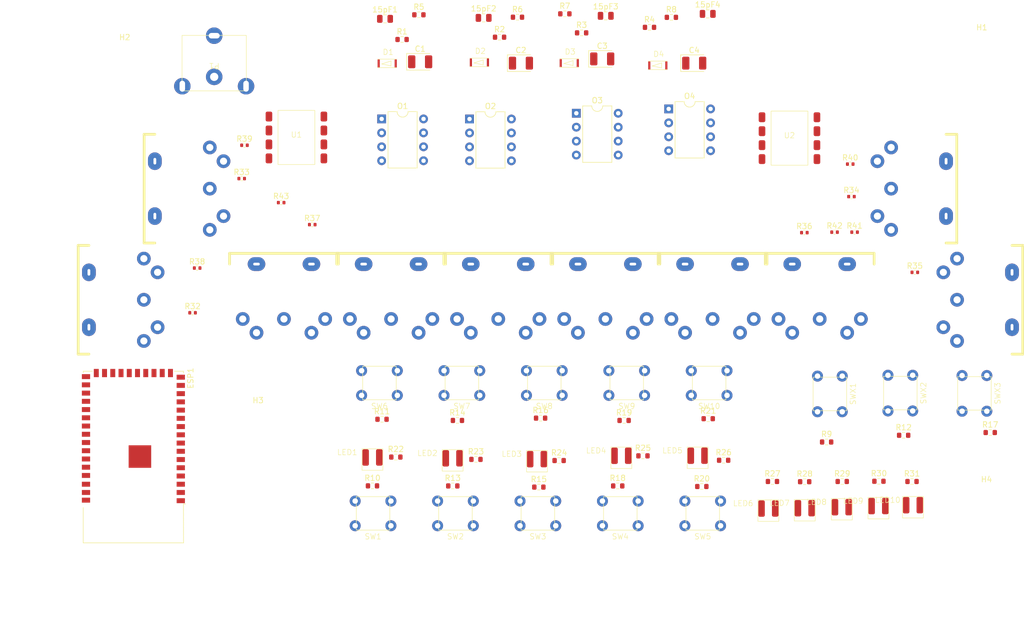
<source format=kicad_pcb>
(kicad_pcb (version 20221018) (generator pcbnew)
  (layers (0 "F.Cu" signal) (31 "B.Cu" signal) (34 "B.Paste" user) (35 "F.Paste" user) (36 "B.SilkS" user "B.Silkscreen") (37 "F.SilkS" user "F.Silkscreen") (38 "B.Mask" user) (39 "F.Mask" user) (44 "Edge.Cuts" user))
  (net 0 "")
  (net 1 "VCC")
  (net 2 "GND")
  (net 3 "RX0")
  (net 4 "RX1")
  (net 5 "RX2")
  (net 6 "RX3")
  (net 7 "Net-(D1-A)")
  (net 8 "Net-(D1-K)")
  (net 9 "Net-(D2-A)")
  (net 10 "Net-(D2-K)")
  (net 11 "Net-(D3-A)")
  (net 12 "Net-(D3-K)")
  (net 13 "Net-(D4-A)")
  (net 14 "Net-(D4-K)")
  (net 15 "+3.3V")
  (net 18 "Net-(J2-Pad4)")
  (net 19 "Net-(J2-Pad5)")
  (net 22 "Net-(J3-Pad4)")
  (net 23 "Net-(J3-Pad5)")
  (net 26 "Net-(J4-Pad4)")
  (net 27 "Net-(J4-Pad5)")
  (net 30 "Net-(J5-Pad4)")
  (net 31 "Net-(J5-Pad5)")
  (net 34 "Net-(J6-Pad4)")
  (net 35 "Net-(J6-Pad5)")
  (net 36 "RX4")
  (net 37 "TX6")
  (net 42 "Net-(M1-Pad4)")
  (net 46 "Net-(M2-Pad4)")
  (net 47 "Net-(M3-Pad4)")
  (net 51 "Net-(M4-Pad4)")
  (net 52 "SW1")
  (net 53 "LED1")
  (net 54 "SW2")
  (net 55 "LED2")
  (net 56 "SW3")
  (net 57 "LED3")
  (net 58 "SW4")
  (net 59 "LED4")
  (net 60 "SW5")
  (net 61 "LED5")
  (net 62 "SW6")
  (net 63 "LED6")
  (net 64 "SW7")
  (net 65 "LED7")
  (net 66 "SW8")
  (net 67 "LED8")
  (net 68 "SW9")
  (net 69 "LED9")
  (net 70 "TX0")
  (net 71 "TX1")
  (net 72 "TX2")
  (net 73 "TX3")
  (net 74 "TX4")
  (net 75 "TX5")
  (net 77 "SW10")
  (net 78 "LED10")
  (net 79 "SWX3")
  (net 82 "SWX2")
  (net 83 "SWX1")
  (net 87 "Net-(J1-Pad4)")
  (net 88 "Net-(J1-Pad5)")
  (net 89 "Net-(LED1-A)")
  (net 90 "Net-(LED2-A)")
  (net 91 "Net-(LED3-A)")
  (net 92 "Net-(LED4-A)")
  (net 93 "Net-(LED5-A)")
  (net 94 "Net-(LED6-A)")
  (net 95 "Net-(LED7-A)")
  (net 96 "Net-(LED8-A)")
  (net 97 "Net-(LED9-A)")
  (net 98 "Net-(LED10-A)")
  (net 110 "Net-(R38-Pad1)")
  (net 111 "Net-(R39-Pad1)")
  (net 112 "Net-(R40-Pad1)")
  (net 113 "Net-(R41-Pad1)")
  (net 114 "Net-(R42-Pad1)")
  (net 115 "Net-(R43-Pad1)")
  (net 116 "Net-(U1-Pad1)")
  (net 117 "Net-(U1-Pad5)")
  (net 118 "Net-(U2-Pad1)")
  (net 119 "Net-(U2-Pad5)")
  (footprint "Package_DIP:DIP-8_W7.62mm" (layer "F.Cu") (at 97.270551 35.57446)
    (fp_text reference "O2" (at 3.81 -2.33) (layer "F.SilkS"))
    (fp_text value "6N137")
    (pad "1" thru_hole rect (at 0 0) (size 1.6 1.6) (drill 0.8) (layers "*.Cu" "*.Mask"))
    (pad "2" thru_hole oval (at 0 2.54) (size 1.6 1.6) (drill 0.8) (layers "*.Cu" "*.Mask") (net 10 "Net-(D2-K)"))
    (pad "3" thru_hole oval (at 0 5.08) (size 1.6 1.6) (drill 0.8) (layers "*.Cu" "*.Mask") (net 9 "Net-(D2-A)"))
    (pad "4" thru_hole oval (at 0 7.62) (size 1.6 1.6) (drill 0.8) (layers "*.Cu" "*.Mask"))
    (pad "5" thru_hole oval (at 7.62 7.62) (size 1.6 1.6) (drill 0.8) (layers "*.Cu" "*.Mask") (net 2 "GND"))
    (pad "6" thru_hole oval (at 7.62 5.08) (size 1.6 1.6) (drill 0.8) (layers "*.Cu" "*.Mask") (net 1 "VCC"))
    (pad "7" thru_hole oval (at 7.62 2.54) (size 1.6 1.6) (drill 0.8) (layers "*.Cu" "*.Mask"))
    (pad "8" thru_hole oval (at 7.62 0) (size 1.6 1.6) (drill 0.8) (layers "*.Cu" "*.Mask") (net 4 "RX1"))
  )
  (footprint "MIDI:R_0603_1608Metric" (layer "F.Cu") (at 124.241785 102.405284)
    (fp_text reference "R18" (at 0 -1.43) (layer "F.SilkS"))
    (fp_text value "10k")
    (pad "1" smd roundrect (at -0.825 0) (size 0.8 0.95) (layers "F.Cu" "F.Paste" "F.Mask") (net 15 "+3.3V"))
    (pad "2" smd roundrect (at 0.825 0) (size 0.8 0.95) (layers "F.Cu" "F.Paste" "F.Mask") (net 58 "SW4"))
  )
  (footprint "MIDI:switch" (layer "F.Cu") (at 175.672165 85.497284 90)
    (fp_text reference "SWX2" (at 0 4.22 90 unlocked) (layer "F.SilkS") (effects (font (thickness 0.1))))
    (fp_text value "SW_DIP_x01")
    (pad "1" thru_hole circle (at 3.25 2.25 270) (size 2 2) (drill 1) (layers "*.Cu" "*.Mask") (net 2 "GND"))
    (pad "3" thru_hole circle (at 3.25 -2.25 270) (size 2 2) (drill 1) (layers "*.Cu" "*.Mask"))
    (pad "4" thru_hole circle (at -3.25 -2.25 270) (size 2 2) (drill 1) (layers "*.Cu" "*.Mask"))
    (pad "5" thru_hole circle (at -3.25 2.25 270) (size 2 2) (drill 1) (layers "*.Cu" "*.Mask"))
  )
  (footprint "MIDI:SOD-80" (layer "F.Cu") (at 82.288029 25.46814)
    (fp_text reference "D1" (at 0.17 -2.08 unlocked) (layer "F.SilkS") (effects (font (thickness 0.1))))
    (fp_text value "type=\"D\" model=\"1N4148/1N400x\" lib=\"\"" hide)
    (pad "1" smd roundrect (at 1.55 0 180) (size 0.4 1.5) (layers "F.Cu" "F.Paste" "F.Mask") (net 7 "Net-(D1-A)"))
    (pad "2" smd roundrect (at -1.55 0 180) (size 0.4 1.5) (layers "F.Cu" "F.Paste" "F.Mask") (net 8 "Net-(D1-K)"))
  )
  (footprint "MIDI:R_0603_1608Metric" (layer "F.Cu") (at 139.547509 102.510841)
    (fp_text reference "R20" (at 0 -1.43) (layer "F.SilkS"))
    (fp_text value "10k")
    (pad "1" smd roundrect (at -0.825 0) (size 0.8 0.95) (layers "F.Cu" "F.Paste" "F.Mask") (net 15 "+3.3V"))
    (pad "2" smd roundrect (at 0.825 0) (size 0.8 0.95) (layers "F.Cu" "F.Paste" "F.Mask") (net 60 "SW5"))
  )
  (footprint "MIDI:LED" (layer "F.Cu") (at 165.022831 106.257001)
    (fp_text reference "LED8" (at -4.59 -0.92 unlocked) (layer "F.SilkS") (effects (font (thickness 0.1))))
    (fp_text value "LED")
    (pad "1" smd roundrect (at -1.25 0.02 180) (size 1.2 3) (layers "F.Cu" "F.Paste" "F.Mask") (net 2 "GND"))
    (pad "2" smd roundrect (at 1.25 0.01 180) (size 1.2 3) (layers "F.Cu" "F.Paste" "F.Mask") (net 96 "Net-(LED8-A)"))
  )
  (footprint "MIDI:R_0603_1608Metric" (layer "F.Cu") (at 152.4 101.6)
    (fp_text reference "R27" (at 0 -1.43) (layer "F.SilkS"))
    (fp_text value "220")
    (pad "1" smd roundrect (at -0.825 0) (size 0.8 0.95) (layers "F.Cu" "F.Paste" "F.Mask") (net 67 "LED8"))
    (pad "2" smd roundrect (at 0.825 0) (size 0.8 0.95) (layers "F.Cu" "F.Paste" "F.Mask") (net 94 "Net-(LED6-A)"))
  )
  (footprint "Package_DIP:DIP-8_W7.62mm" (layer "F.Cu") (at 81.28 35.56)
    (fp_text reference "O1" (at 3.81 -2.33) (layer "F.SilkS"))
    (fp_text value "6N137")
    (pad "1" thru_hole rect (at 0 0) (size 1.6 1.6) (drill 0.8) (layers "*.Cu" "*.Mask"))
    (pad "2" thru_hole oval (at 0 2.54) (size 1.6 1.6) (drill 0.8) (layers "*.Cu" "*.Mask") (net 8 "Net-(D1-K)"))
    (pad "3" thru_hole oval (at 0 5.08) (size 1.6 1.6) (drill 0.8) (layers "*.Cu" "*.Mask") (net 7 "Net-(D1-A)"))
    (pad "4" thru_hole oval (at 0 7.62) (size 1.6 1.6) (drill 0.8) (layers "*.Cu" "*.Mask"))
    (pad "5" thru_hole oval (at 7.62 7.62) (size 1.6 1.6) (drill 0.8) (layers "*.Cu" "*.Mask") (net 2 "GND"))
    (pad "6" thru_hole oval (at 7.62 5.08) (size 1.6 1.6) (drill 0.8) (layers "*.Cu" "*.Mask") (net 1 "VCC"))
    (pad "7" thru_hole oval (at 7.62 2.54) (size 1.6 1.6) (drill 0.8) (layers "*.Cu" "*.Mask"))
    (pad "8" thru_hole oval (at 7.62 0) (size 1.6 1.6) (drill 0.8) (layers "*.Cu" "*.Mask") (net 3 "RX0"))
  )
  (footprint "MIDI:R_0603_1608Metric" (layer "F.Cu") (at 143.517879 97.731215)
    (fp_text reference "R26" (at 0 -1.43) (layer "F.SilkS"))
    (fp_text value "220")
    (pad "1" smd roundrect (at -0.825 0) (size 0.8 0.95) (layers "F.Cu" "F.Paste" "F.Mask") (net 57 "LED3"))
    (pad "2" smd roundrect (at 0.825 0) (size 0.8 0.95) (layers "F.Cu" "F.Paste" "F.Mask") (net 93 "Net-(LED5-A)"))
  )
  (footprint "MIDI:LED" (layer "F.Cu") (at 109.548248 97.505979)
    (fp_text reference "LED3" (at -4.59 -0.92 unlocked) (layer "F.SilkS") (effects (font (thickness 0.1))))
    (fp_text value "LED")
    (pad "1" smd roundrect (at -1.25 0.02 180) (size 1.2 3) (layers "F.Cu" "F.Paste" "F.Mask") (net 2 "GND"))
    (pad "2" smd roundrect (at 1.25 0.01 180) (size 1.2 3) (layers "F.Cu" "F.Paste" "F.Mask") (net 91 "Net-(LED3-A)"))
  )
  (footprint "MIDI:R_0603_1608Metric" (layer "F.Cu") (at 176.278587 93.179627)
    (fp_text reference "R12" (at 0 -1.43) (layer "F.SilkS"))
    (fp_text value "10k")
    (pad "1" smd roundrect (at -0.825 0) (size 0.8 0.95) (layers "F.Cu" "F.Paste" "F.Mask") (net 15 "+3.3V"))
    (pad "2" smd roundrect (at 0.825 0) (size 0.8 0.95) (layers "F.Cu" "F.Paste" "F.Mask") (net 82 "SWX2"))
  )
  (footprint "MIDI:R_0603_1608Metric" (layer "F.Cu") (at 117.670252 19.885285)
    (fp_text reference "R3" (at 0 -1.43) (layer "F.SilkS"))
    (fp_text value "220")
    (pad "1" smd roundrect (at -0.825 0) (size 0.8 0.95) (layers "F.Cu" "F.Paste" "F.Mask") (net 47 "Net-(M3-Pad4)"))
    (pad "2" smd roundrect (at 0.825 0) (size 0.8 0.95) (layers "F.Cu" "F.Paste" "F.Mask") (net 12 "Net-(D3-K)"))
  )
  (footprint "MIDI:R_0603_1608Metric" (layer "F.Cu") (at 95.069223 90.477375)
    (fp_text reference "R14" (at 0 -1.43) (layer "F.SilkS"))
    (fp_text value "10k")
    (pad "1" smd roundrect (at -0.825 0) (size 0.8 0.95) (layers "F.Cu" "F.Paste" "F.Mask") (net 15 "+3.3V"))
    (pad "2" smd roundrect (at 0.825 0) (size 0.8 0.95) (layers "F.Cu" "F.Paste" "F.Mask") (net 64 "SW7"))
  )
  (footprint "MIDI:R_0402_1005Metric" (layer "F.Cu") (at 167.347357 56.187451)
    (fp_text reference "R41" (at 0 -1.17) (layer "F.SilkS"))
    (fp_text value "10")
    (pad "1" smd roundrect (at -0.51 0) (size 0.54 0.64) (layers "F.Cu" "F.Paste" "F.Mask") (net 113 "Net-(R41-Pad1)"))
    (pad "2" smd roundrect (at 0.51 0) (size 0.54 0.64) (layers "F.Cu" "F.Paste" "F.Mask") (net 27 "Net-(J4-Pad5)"))
  )
  (footprint "Package_DIP:DIP-8_W7.62mm" (layer "F.Cu") (at 133.517479 33.735847)
    (fp_text reference "O4" (at 3.81 -2.33) (layer "F.SilkS"))
    (fp_text value "6N137")
    (pad "1" thru_hole rect (at 0 0) (size 1.6 1.6) (drill 0.8) (layers "*.Cu" "*.Mask"))
    (pad "2" thru_hole oval (at 0 2.54) (size 1.6 1.6) (drill 0.8) (layers "*.Cu" "*.Mask") (net 14 "Net-(D4-K)"))
    (pad "3" thru_hole oval (at 0 5.08) (size 1.6 1.6) (drill 0.8) (layers "*.Cu" "*.Mask") (net 13 "Net-(D4-A)"))
    (pad "4" thru_hole oval (at 0 7.62) (size 1.6 1.6) (drill 0.8) (layers "*.Cu" "*.Mask"))
    (pad "5" thru_hole oval (at 7.62 7.62) (size 1.6 1.6) (drill 0.8) (layers "*.Cu" "*.Mask") (net 2 "GND"))
    (pad "6" thru_hole oval (at 7.62 5.08) (size 1.6 1.6) (drill 0.8) (layers "*.Cu" "*.Mask") (net 1 "VCC"))
    (pad "7" thru_hole oval (at 7.62 2.54) (size 1.6 1.6) (drill 0.8) (layers "*.Cu" "*.Mask"))
    (pad "8" thru_hole oval (at 7.62 0) (size 1.6 1.6) (drill 0.8) (layers "*.Cu" "*.Mask") (net 6 "RX3"))
  )
  (footprint "MIDI:CP_EIA-3528-12_Kemet-T" (layer "F.Cu") (at 121.41815 24.627909)
    (fp_text reference "C3" (at 0 -2.35) (layer "F.SilkS"))
    (fp_text value "0.1uF")
    (pad "1" smd roundrect (at -1.5375 0) (size 1.325 2.35) (layers "F.Cu" "F.Paste" "F.Mask") (roundrect_rratio 0.188679) (net 5 "RX2"))
    (pad "2" smd roundrect (at 1.5375 0) (size 1.325 2.35) (layers "F.Cu" "F.Paste" "F.Mask") (roundrect_rratio 0.188679) (net 2 "GND"))
  )
  (footprint "MIDI:switch" (layer "F.Cu") (at 95.879215 83.659695)
    (fp_text reference "SW7" (at 0 4.22 unlocked) (layer "F.SilkS") (effects (font (thickness 0.1))))
    (fp_text value "SW_DIP_x01")
    (pad "1" thru_hole circle (at 3.25 2.25 180) (size 2 2) (drill 1) (layers "*.Cu" "*.Mask") (net 2 "GND"))
    (pad "3" thru_hole circle (at 3.25 -2.25 180) (size 2 2) (drill 1) (layers "*.Cu" "*.Mask"))
    (pad "4" thru_hole circle (at -3.25 -2.25 180) (size 2 2) (drill 1) (layers "*.Cu" "*.Mask"))
    (pad "5" thru_hole circle (at -3.25 2.25 180) (size 2 2) (drill 1) (layers "*.Cu" "*.Mask"))
  )
  (footprint "MIDI:R_0603_1608Metric" (layer "F.Cu") (at 88.053685 16.591989)
    (fp_text reference "R5" (at 0 -1.43) (layer "F.SilkS"))
    (fp_text value "10k")
    (pad "1" smd roundrect (at -0.825 0) (size 0.8 0.95) (layers "F.Cu" "F.Paste" "F.Mask") (net 3 "RX0"))
    (pad "2" smd roundrect (at 0.825 0) (size 0.8 0.95) (layers "F.Cu" "F.Paste" "F.Mask") (net 1 "VCC"))
  )
  (footprint "MIDI:switch" (layer "F.Cu") (at 79.710175 107.406088)
    (fp_text reference "SW1" (at 0 4.22 unlocked) (layer "F.SilkS") (effects (font (thickness 0.1))))
    (fp_text value "SW_DIP_x01")
    (pad "1" thru_hole circle (at 3.25 2.25 180) (size 2 2) (drill 1) (layers "*.Cu" "*.Mask") (net 2 "GND"))
    (pad "3" thru_hole circle (at 3.25 -2.25 180) (size 2 2) (drill 1) (layers "*.Cu" "*.Mask"))
    (pad "4" thru_hole circle (at -3.25 -2.25 180) (size 2 2) (drill 1) (layers "*.Cu" "*.Mask"))
    (pad "5" thru_hole circle (at -3.25 2.25 180) (size 2 2) (drill 1) (layers "*.Cu" "*.Mask"))
  )
  (footprint "MountingHole:MountingHole_5.5mm" (layer "F.Cu") (at 190.5 25.4)
    (fp_text reference "H1" (at 0 -6.5) (layer "F.SilkS"))
    (fp_text value "MountingHole")
    (pad "" np_thru_hole circle (at 0 0) (size 5.5 5.5) (drill 5.5) (layers "*.Cu" "*.Mask"))
  )
  (footprint "MIDI:R_0402_1005Metric" (layer "F.Cu") (at 62.99 50.8)
    (fp_text reference "R43" (at 0 -1.17) (layer "F.SilkS"))
    (fp_text value "10")
    (pad "1" smd roundrect (at -0.51 0) (size 0.54 0.64) (layers "F.Cu" "F.Paste" "F.Mask") (net 115 "Net-(R43-Pad1)"))
    (pad "2" smd roundrect (at 0.51 0) (size 0.54 0.64) (layers "F.Cu" "F.Paste" "F.Mask") (net 35 "Net-(J6-Pad5)"))
  )
  (footprint "MIDI:LED" (layer "F.Cu") (at 124.903925 96.889732)
    (fp_text reference "LED4" (at -4.59 -0.92 unlocked) (layer "F.SilkS") (effects (font (thickness 0.1))))
    (fp_text value "LED")
    (pad "1" smd roundrect (at -1.25 0.02 180) (size 1.2 3) (layers "F.Cu" "F.Paste" "F.Mask") (net 2 "GND"))
    (pad "2" smd roundrect (at 1.25 0.01 180) (size 1.2 3) (layers "F.Cu" "F.Paste" "F.Mask") (net 92 "Net-(LED4-A)"))
  )
  (footprint "MIDI:C_0805_2012Metric" (layer "F.Cu") (at 140.616806 16.427678)
    (fp_text reference "15pF4" (at 0 -1.68) (layer "F.SilkS"))
    (fp_text value "C")
    (pad "1" smd roundrect (at -0.95 0) (size 1 1.45) (layers "F.Cu" "F.Paste" "F.Mask") (net 1 "VCC"))
    (pad "2" smd roundrect (at 0.95 0) (size 1 1.45) (layers "F.Cu" "F.Paste" "F.Mask") (net 2 "GND"))
  )
  (footprint "MIDI:optocoppler" (layer "F.Cu") (at 65.766049 38.937055)
    (fp_text reference "U1" (at 0 -0.5 unlocked) (layer "F.SilkS") (effects (font (thickness 0.1))))
    (fp_text value "74LCX07")
    (pad "1" smd roundrect (at -5 -3.81 180) (size 1.2 1.8) (layers "F.Cu" "F.Paste" "F.Mask") (net 116 "Net-(U1-Pad1)"))
    (pad "2" smd roundrect (at -5 -1.27 180) (size 1.2 1.8) (layers "F.Cu" "F.Paste" "F.Mask") (net 110 "Net-(R38-Pad1)"))
    (pad "3" smd roundrect (at -5 1.27 180) (size 1.2 1.8) (layers "F.Cu" "F.Paste" "F.Mask") (net 71 "TX1"))
    (pad "4" smd roundrect (at -5 3.81 180) (size 1.2 1.8) (layers "F.Cu" "F.Paste" "F.Mask") (net 116 "Net-(U1-Pad1)"))
    (pad "5" smd roundrect (at 5 3.81 180) (size 1.2 1.8) (layers "F.Cu" "F.Paste" "F.Mask") (net 117 "Net-(U1-Pad5)"))
    (pad "6" smd roundrect (at 5 1.27 180) (size 1.2 1.8) (layers "F.Cu" "F.Paste" "F.Mask") (net 111 "Net-(R39-Pad1)"))
    (pad "7" smd roundrect (at 5 -1.27 180) (size 1.2 1.8) (layers "F.Cu" "F.Paste" "F.Mask") (net 2 "GND"))
    (pad "8" smd roundrect (at 5 -3.81 180) (size 1.2 1.8) (layers "F.Cu" "F.Paste" "F.Mask") (net 117 "Net-(U1-Pad5)"))
  )
  (footprint "MIDI:R_0603_1608Metric" (layer "F.Cu") (at 128.832581 96.927123)
    (fp_text reference "R25" (at 0 -1.43) (layer "F.SilkS"))
    (fp_text value "220")
    (pad "1" smd roundrect (at -0.825 0) (size 0.8 0.95) (layers "F.Cu" "F.Paste" "F.Mask") (net 65 "LED7"))
    (pad "2" smd roundrect (at 0.825 0) (size 0.8 0.95) (layers "F.Cu" "F.Paste" "F.Mask") (net 92 "Net-(LED4-A)"))
  )
  (footprint "MIDI:R_0603_1608Metric" (layer "F.Cu") (at 94.224769 102.405284)
    (fp_text reference "R13" (at 0 -1.43) (layer "F.SilkS"))
    (fp_text value "10k")
    (pad "1" smd roundrect (at -0.825 0) (size 0.8 0.95) (layers "F.Cu" "F.Paste" "F.Mask") (net 15 "+3.3V"))
    (pad "2" smd roundrect (at 0.825 0) (size 0.8 0.95) (layers "F.Cu" "F.Paste" "F.Mask") (net 54 "SW2"))
  )
  (footprint "MIDI:R_0603_1608Metric" (layer "F.Cu") (at 165.1 101.6)
    (fp_text reference "R29" (at 0 -1.43) (layer "F.SilkS"))
    (fp_text value "220")
    (pad "1" smd roundrect (at -0.825 0) (size 0.8 0.95) (layers "F.Cu" "F.Paste" "F.Mask") (net 69 "LED9"))
    (pad "2" smd roundrect (at 0.825 0) (size 0.8 0.95) (layers "F.Cu" "F.Paste" "F.Mask") (net 96 "Net-(LED8-A)"))
  )
  (footprint "MIDI:LED" (layer "F.Cu") (at 138.78581 96.879732)
    (fp_text reference "LED5" (at -4.59 -0.92 unlocked) (layer "F.SilkS") (effects (font (thickness 0.1))))
    (fp_text value "LED")
    (pad "1" smd roundrect (at -1.25 0.02 180) (size 1.2 3) (layers "F.Cu" "F.Paste" "F.Mask") (net 2 "GND"))
    (pad "2" smd roundrect (at 1.25 0.01 180) (size 1.2 3) (layers "F.Cu" "F.Paste" "F.Mask") (net 93 "Net-(LED5-A)"))
  )
  (footprint "MIDI:R_0603_1608Metric" (layer "F.Cu") (at 109.886071 102.616397)
    (fp_text reference "R15" (at 0 -1.43) (layer "F.SilkS"))
    (fp_text value "10k")
    (pad "1" smd roundrect (at -0.825 0) (size 0.8 0.95) (layers "F.Cu" "F.Paste" "F.Mask") (net 15 "+3.3V"))
    (pad "2" smd roundrect (at 0.825 0) (size 0.8 0.95) (layers "F.Cu" "F.Paste" "F.Mask") (net 56 "SW3"))
  )
  (footprint "MIDI:LED" (layer "F.Cu") (at 151.657428 106.501526)
    (fp_text reference "LED6" (at -4.59 -0.92 unlocked) (layer "F.SilkS") (effects (font (thickness 0.1))))
    (fp_text value "LED")
    (pad "1" smd roundrect (at -1.25 0.02 180) (size 1.2 3) (layers "F.Cu" "F.Paste" "F.Mask") (net 2 "GND"))
    (pad "2" smd roundrect (at 1.25 0.01 180) (size 1.2 3) (layers "F.Cu" "F.Paste" "F.Mask") (net 94 "Net-(LED6-A)"))
  )
  (footprint "MountingHole:MountingHole_5.5mm" (layer "F.Cu") (at 191.355204 107.714507)
    (fp_text reference "H4" (at 0 -6.5) (layer "F.SilkS"))
    (fp_text value "MountingHole")
    (pad "" np_thru_hole circle (at 0 0) (size 5.5 5.5) (drill 5.5) (layers "*.Cu" "*.Mask"))
  )
  (footprint "MIDI:R_0603_1608Metric" (layer "F.Cu") (at 158.264262 101.636237)
    (fp_text reference "R28" (at 0 -1.43) (layer "F.SilkS"))
    (fp_text value "220")
    (pad "1" smd roundrect (at -0.825 0) (size 0.8 0.95) (layers "F.Cu" "F.Paste" "F.Mask") (net 59 "LED4"))
    (pad "2" smd roundrect (at 0.825 0) (size 0.8 0.95) (layers "F.Cu" "F.Paste" "F.Mask") (net 95 "Net-(LED7-A)"))
  )
  (footprint "MIDI:CP_EIA-3528-12_Kemet-T" (layer "F.Cu") (at 138.1625 25.4)
    (fp_text reference "C4" (at 0 -2.35) (layer "F.SilkS"))
    (fp_text value "0.1uF")
    (pad "1" smd roundrect (at -1.5375 0) (size 1.325 2.35) (layers "F.Cu" "F.Paste" "F.Mask") (roundrect_rratio 0.188679) (net 6 "RX3"))
    (pad "2" smd roundrect (at 1.5375 0) (size 1.325 2.35) (layers "F.Cu" "F.Paste" "F.Mask") (roundrect_rratio 0.188679) (net 2 "GND"))
  )
  (footprint "MIDI:LED" (layer "F.Cu") (at 79.603918 97.201975)
    (fp_text reference "LED1" (at -4.59 -0.92 unlocked) (layer "F.SilkS") (effects (font (thickness 0.1))))
    (fp_text value "LED")
    (pad "1" smd roundrect (at -1.25 0.02 180) (size 1.2 3) (layers "F.Cu" "F.Paste" "F.Mask") (net 2 "GND"))
    (pad "2" smd roundrect (at 1.25 0.01 180) (size 1.2 3) (layers "F.Cu" "F.Paste" "F.Mask") (net 89 "Net-(LED1-A)"))
  )
  (footprint "MIDI:R_0603_1608Metric" (layer "F.Cu") (at 79.609147 102.391675)
    (fp_text reference "R10" (at 0 -1.43) (layer "F.SilkS"))
    (fp_text value "10k")
    (pad "1" smd roundrect (at -0.825 0) (size 0.8 0.95) (layers "F.Cu" "F.Paste" "F.Mask") (net 15 "+3.3V"))
    (pad "2" smd roundrect (at 0.825 0) (size 0.8 0.95) (layers "F.Cu" "F.Paste" "F.Mask") (net 52 "SW1"))
  )
  (footprint "MIDI:C_0805_2012Metric" (layer "F.Cu") (at 81.890092 17.328894)
    (fp_text reference "15pF1" (at 0 -1.68) (layer "F.SilkS"))
    (fp_text value "C5")
    (pad "1" smd roundrect (at -0.95 0) (size 1 1.45) (layers "F.Cu" "F.Paste" "F.Mask") (net 1 "VCC"))
    (pad "2" smd roundrect (at 0.95 0) (size 1 1.45) (layers "F.Cu" "F.Paste" "F.Mask") (net 2 "GND"))
  )
  (footprint "MIDI:midi" (layer "F.Cu") (at 141.5 72 180)
    (fp_text reference "M4" hide)
    (fp_text value locked "MIDI IN")
    (pad "1" thru_hole oval locked (at 7.5 0) (size 2.5 2.5) (drill oval 1.3) (layers "*.Cu" "*.Mask"))
    (pad "2" thru_hole oval locked (at -5 10) (size 3.2 2.5) (drill oval 1.2 0.5) (layers "*.Cu" "*.Mask"))
    (pad "2" thru_hole oval locked (at 0 0) (size 2.5 2.5) (drill oval 1.3) (layers "*.Cu" "*.Mask"))
    (pad "2" thru_hole oval locked (at 5 10) (size 3.2 2.5) (drill oval 1.2 0.5) (layers "*.Cu" "*.Mask"))
    (pad "3" thru_hole oval locked (at -7.5 0) (size 2.5 2.5) (drill oval 1.3) (layers "*.Cu" "*.Mask"))
    (pad "4" thru_hole oval locked (at 5 -2.5) (size 2.5 2.5) (drill oval 1.3) (layers "*.Cu" "*.Mask") (net 51 "Net-(M4-Pad4)"))
    (pad "5" thru_hole oval locked (at -5 -2.5) (size 2.5 2.5) (drill oval 1.3) (layers "*.Cu" "*.Mask") (net 13 "Net-(D4-A)"))
  )
  (footprint "MIDI:R_0603_1608Metric" (layer "F.Cu") (at 114.618793 16.416061)
    (fp_text reference "R7" (at 0 -1.43) (layer "F.SilkS"))
    (fp_text value "10k")
    (pad "1" smd roundrect (at -0.825 0) (size 0.8 0.95) (layers "F.Cu" "F.Paste" "F.Mask") (net 5 "RX2"))
    (pad "2" smd roundrect (at 0.825 0) (size 0.8 0.95) (layers "F.Cu" "F.Paste" "F.Mask") (net 1 "VCC"))
  )
  (footprint "MIDI:R_0402_1005Metric" (layer "F.Cu") (at 178.31 63.5)
    (fp_text reference "R35" (at 0 -1.17) (layer "F.SilkS"))
    (fp_text value "33")
    (pad "1" smd roundrect (at -0.51 0) (size 0.54 0.64) (layers "F.Cu" "F.Paste" "F.Mask") (net 26 "Net-(J4-Pad4)"))
    (pad "2" smd roundrect (at 0.51 0) (size 0.54 0.64) (layers "F.Cu" "F.Paste" "F.Mask") (net 15 "+3.3V"))
  )
  (footprint "MIDI:R_0402_1005Metric" (layer "F.Cu") (at 166.778824 49.705587)
    (fp_text reference "R34" (at 0 -1.17) (layer "F.SilkS"))
    (fp_text value "33")
    (pad "1" smd roundrect (at -0.51 0) (size 0.54 0.64) (layers "F.Cu" "F.Paste" "F.Mask") (net 22 "Net-(J3-Pad4)"))
    (pad "2" smd roundrect (at 0.51 0) (size 0.54 0.64) (layers "F.Cu" "F.Paste" "F.Mask") (net 15 "+3.3V"))
  )
  (footprint "MIDI:switch" (layer "F.Cu") (at 140.879215 83.659695)
    (fp_text reference "SW10" (at 0 4.22 unlocked) (layer "F.SilkS") (effects (font (thickness 0.1))))
    (fp_text value "SW_DIP_x01")
    (pad "1" thru_hole circle (at 3.25 2.25 180) (size 2 2) (drill 1) (layers "*.Cu" "*.Mask") (net 2 "GND"))
    (pad "3" thru_hole circle (at 3.25 -2.25 180) (size 2 2) (drill 1) (layers "*.Cu" "*.Mask"))
    (pad "4" thru_hole circle (at -3.25 -2.25 180) (size 2 2) (drill 1) (layers "*.Cu" "*.Mask"))
    (pad "5" thru_hole circle (at -3.25 2.25 180) (size 2 2) (drill 1) (layers "*.Cu" "*.Mask"))
  )
  (footprint "MIDI:R_0603_1608Metric" (layer "F.Cu") (at 102.735316 20.672352)
    (fp_text reference "R2" (at 0 -1.43) (layer "F.SilkS"))
    (fp_text value "220")
    (pad "1" smd roundrect (at -0.825 0) (size 0.8 0.95) (layers "F.Cu" "F.Paste" "F.Mask") (net 46 "Net-(M2-Pad4)"))
    (pad "2" smd roundrect (at 0.825 0) (size 0.8 0.95) (layers "F.Cu" "F.Paste" "F.Mask") (net 10 "Net-(D2-K)"))
  )
  (footprint "MIDI:switch" (layer "F.Cu") (at 124.710175 107.406088)
    (fp_text reference "SW4" (at 0 4.22 unlocked) (layer "F.SilkS") (effects (font (thickness 0.1))))
    (fp_text value "SW_DIP_x01")
    (pad "1" thru_hole circle (at 3.25 2.25 180) (size 2 2) (drill 1) (layers "*.Cu" "*.Mask") (net 2 "GND"))
    (pad "3" thru_hole circle (at 3.25 -2.25 180) (size 2 2) (drill 1) (layers "*.Cu" "*.Mask"))
    (pad "4" thru_hole circle (at -3.25 -2.25 180) (size 2 2) (drill 1) (layers "*.Cu" "*.Mask"))
    (pad "5" thru_hole circle (at -3.25 2.25 180) (size 2 2) (drill 1) (layers "*.Cu" "*.Mask"))
  )
  (footprint "MIDI:R_0402_1005Metric" (layer "F.Cu") (at 47.7 62.722944)
    (fp_text reference "R38" (at 0 -1.17) (layer "F.SilkS"))
    (fp_text value "10")
    (pad "1" smd roundrect (at -0.51 0) (size 0.54 0.64) (layers "F.Cu" "F.Paste" "F.Mask") (net 110 "Net-(R38-Pad1)"))
    (pad "2" smd roundrect (at 0.51 0) (size 0.54 0.64) (layers "F.Cu" "F.Paste" "F.Mask") (net 88 "Net-(J1-Pad5)"))
  )
  (footprint "Package_DIP:DIP-8_W7.62mm" (layer "F.Cu") (at 116.70731 34.523824)
    (fp_text reference "O3" (at 3.81 -2.33) (layer "F.SilkS"))
    (fp_text value "6N137")
    (pad "1" thru_hole rect (at 0 0) (size 1.6 1.6) (drill 0.8) (layers "*.Cu" "*.Mask"))
    (pad "2" thru_hole oval (at 0 2.54) (size 1.6 1.6) (drill 0.8) (layers "*.Cu" "*.Mask") (net 12 "Net-(D3-K)"))
    (pad "3" thru_hole oval (at 0 5.08) (size 1.6 1.6) (drill 0.8) (layers "*.Cu" "*.Mask") (net 11 "Net-(D3-A)"))
    (pad "4" thru_hole oval (at 0 7.62) (size 1.6 1.6) (drill 0.8) (layers "*.Cu" "*.Mask"))
    (pad "5" thru_hole oval (at 7.62 7.62) (size 1.6 1.6) (drill 0.8) (layers "*.Cu" "*.Mask") (net 2 "GND"))
    (pad "6" thru_hole oval (at 7.62 5.08) (size 1.6 1.6) (drill 0.8) (layers "*.Cu" "*.Mask") (net 1 "VCC"))
    (pad "7" thru_hole oval (at 7.62 2.54) (size 1.6 1.6) (drill 0.8) (layers "*.Cu" "*.Mask"))
    (pad "8" thru_hole oval (at 7.62 0) (size 1.6 1.6) (drill 0.8) (layers "*.Cu" "*.Mask") (net 5 "RX2"))
  )
  (footprint "MIDI:switch" (layer "F.Cu") (at 189.162004 85.548189 90)
    (fp_text reference "SWX3" (at 0 4.22 90 unlocked) (layer "F.SilkS") (effects (font (thickness 0.1))))
    (fp_text value "SW_DIP_x01")
    (pad "1" thru_hole circle (at 3.25 2.25 270) (size 2 2) (drill 1) (layers "*.Cu" "*.Mask") (net 2 "GND"))
    (pad "3" thru_hole circle (at 3.25 -2.25 270) (size 2 2) (drill 1) (layers "*.Cu" "*.Mask"))
    (pad "4" thru_hole circle (at -3.25 -2.25 270) (size 2 2) (drill 1) (layers "*.Cu" "*.Mask"))
    (pad "5" thru_hole circle (at -3.25 2.25 270) (size 2 2) (drill 1) (layers "*.Cu" "*.Mask"))
  )
  (footprint "MIDI:switch" (layer "F.Cu") (at 162.85 85.65 90)
    (fp_text reference "SWX1" (at 0 4.22 90 unlocked) (layer "F.SilkS") (effects (font (thickness 0.1))))
    (fp_text value "SW_DIP_x01")
    (pad "1" thru_hole circle (at 3.25 2.25 270) (size 2 2) (drill 1) (layers "*.Cu" "*.Mask") (net 2 "GND"))
    (pad "3" thru_hole circle (at 3.25 -2.25 270) (size 2 2) (drill 1) (layers "*.Cu" "*.Mask"))
    (pad "4" thru_hole circle (at -3.25 -2.25 270) (size 2 2) (drill 1) (layers "*.Cu" "*.Mask"))
    (pad "5" thru_hole circle (at -3.25 2.25 270) (size 2 2) (drill 1) (layers "*.Cu" "*.Mask"))
  )
  (footprint "MIDI:C_0805_2012Metric" (layer "F.Cu") (at 99.834735 17.152966)
    (fp_text reference "15pF2" (at 0 -1.68) (layer "F.SilkS"))
    (fp_text value "C6")
    (pad "1" smd roundrect (at -0.95 0) (size 1 1.45) (layers "F.Cu" "F.Paste" "F.Mask") (net 1 "VCC"))
    (pad "2" smd roundrect (at 0.95 0) (size 1 1.45) (layers "F.Cu" "F.Paste" "F.Mask") (net 2 "GND"))
  )
  (footprint "MIDI:R_0603_1608Metric" (layer "F.Cu") (at 134.004648 17.055627)
    (fp_text reference "R8" (at 0 -1.43) (layer "F.SilkS"))
    (fp_text value "10k")
    (pad "1" smd roundrect (at -0.825 0) (size 0.8 0.95) (layers "F.Cu" "F.Paste" "F.Mask") (net 6 "RX3"))
    (pad "2" smd roundrect (at 0.825 0) (size 0.8 0.95) (layers "F.Cu" "F.Paste" "F.Mask") (net 1 "VCC"))
  )
  (footprint "MIDI:midi" (layer "F.Cu") (at 83 72 180)
    (fp_text reference "M1" hide)
    (fp_text value "MIDI IN")
    (pad "1" thru_hole oval locked (at 7.5 0) (size 2.5 2.5) (drill oval 1.3) (layers "*.Cu" "*.Mask"))
    (pad "2" thru_hole oval locked (at -5 10) (size 3.2 2.5) (drill oval 1.2 0.5) (layers "*.Cu" "*.Mask"))
    (pad "2" thru_hole oval locked (at 0 0) (size 2.5 2.5) (drill oval 1.3) (layers "*.Cu" "*.Mask"))
    (pad "2" thru_hole oval locked (at 5 10) (size 3.2 2.5) (drill oval 1.2 0.5) (layers "*.Cu" "*.Mask"))
    (pad "3" thru_hole oval locked (at -7.5 0) (size 2.5 2.5) (drill oval 1.3) (layers "*.Cu" "*.Mask"))
    (pad "4" thru_hole oval locked (at 5 -2.5) (size 2.5 2.5) (drill oval 1.3) (layers "*.Cu" "*.Mask") (net 42 "Net-(M1-Pad4)"))
    (pad "5" thru_hole oval locked (at -5 -2.5) (size 2.5 2.5) (drill oval 1.3) (layers "*.Cu" "*.Mask") (net 7 "Net-(D1-A)"))
  )
  (footprint "MIDI:R_0603_1608Metric" (layer "F.Cu") (at 177.8 101.6)
    (fp_text reference "R31" (at 0 -1.43) (layer "F.SilkS"))
    (fp_text value "220")
    (pad "1" smd roundrect (at -0.825 0) (size 0.8 0.95) (layers "F.Cu" "F.Paste" "F.Mask") (net 78 "LED10"))
    (pad "2" smd roundrect (at 0.825 0) (size 0.8 0.95) (layers "F.Cu" "F.Paste" "F.Mask") (net 98 "Net-(LED10-A)"))
  )
  (footprint "MIDI:switch" (layer "F.Cu") (at 139.710175 107.406088)
    (fp_text reference "SW5" (at 0 4.22 unlocked) (layer "F.SilkS") (effects (font (thickness 0.1))))
    (fp_text value "SW_DIP_x01")
    (pad "1" thru_hole circle (at 3.25 2.25 180) (size 2 2) (drill 1) (layers "*.Cu" "*.Mask") (net 2 "GND"))
    (pad "3" thru_hole circle (at 3.25 -2.25 180) (size 2 2) (drill 1) (layers "*.Cu" "*.Mask"))
    (pad "4" thru_hole circle (at -3.25 -2.25 180) (size 2 2) (drill 1) (layers "*.Cu" "*.Mask"))
    (pad "5" thru_hole circle (at -3.25 2.25 180) (size 2 2) (drill 1) (layers "*.Cu" "*.Mask"))
  )
  (footprint "MIDI:R_0603_1608Metric" (layer "F.Cu") (at 192.034411 92.682528)
    (fp_text reference "R17" (at 0 -1.43) (layer "F.SilkS"))
    (fp_text value "10k")
    (pad "1" smd roundrect (at -0.825 0) (size 0.8 0.95) (layers "F.Cu" "F.Paste" "F.Mask") (net 15 "+3.3V"))
    (pad "2" smd roundrect (at 0.825 0) (size 0.8 0.95) (layers "F.Cu" "F.Paste" "F.Mask") (net 79 "SWX3"))
  )
  (footprint "MIDI:switch" (layer "F.Cu") (at 80.879215 83.659695)
    (fp_text reference "SW6" (at 0 4.22 unlocked) (layer "F.SilkS") (effects (font (thickness 0.1))))
    (fp_text value "SW_DIP_x01")
    (pad "1" thru_hole circle (at 3.25 2.25 180) (size 2 2) (drill 1) (layers "*.Cu" "*.Mask") (net 2 "GND"))
    (pad "3" thru_hole circle (at 3.25 -2.25 180) (size 2 2) (drill 1) (layers "*.Cu" "*.Mask"))
    (pad "4" thru_hole circle (at -3.25 -2.25 180) (size 2 2) (drill 1) (layers "*.Cu" "*.Mask"))
    (pad "5" thru_hole circle (at -3.25 2.25 180) (size 2 2) (drill 1) (layers "*.Cu" "*.Mask"))
  )
  (footprint "MIDI:SOD-80" (layer "F.Cu") (at 99.069014 25.285738)
    (fp_text reference "D2" (at 0.17 -2.08 unlocked) (layer "F.SilkS") (effects (font (thickness 0.1))))
    (fp_text value "type=\"D\" model=\"1N4148/1N400x\" lib=\"\"" hide)
    (pad "1" smd roundrect (at 1.55 0 180) (size 0.4 1.5) (layers "F.Cu" "F.Paste" "F.Mask") (net 9 "Net-(D2-A)"))
    (pad "2" smd roundrect (at -1.55 0 180) (size 0.4 1.5) (layers "F.Cu" "F.Paste" "F.Mask") (net 10 "Net-(D2-K)"))
  )
  (footprint "MIDI:CP_EIA-3528-12_Kemet-T" (layer "F.Cu") (at 88.287196 25.155692)
    (fp_text reference "C1" (at 0 -2.35) (layer "F.SilkS"))
    (fp_text value "0.1uF")
    (pad "1" smd roundrect (at -1.5375 0) (size 1.325 2.35) (layers "F.Cu" "F.Paste" "F.Mask") (roundrect_rratio 0.188679) (net 3 "RX0"))
    (pad "2" smd roundrect (at 1.5375 0) (size 1.325 2.35) (layers "F.Cu" "F.Paste" "F.Mask") (roundrect_rratio 0.188679) (net 2 "GND"))
  )
  (footprint "MIDI:midi" (layer "F.Cu") (at 186 68.5 90)
    (fp_text reference "J4" hide)
    (fp_text value "DIN-5_180degree")
    (pad "1" thru_hole oval locked (at 7.5 0 270) (size 2.5 2.5) (drill oval 1.3) (layers "*.Cu" "*.Mask"))
    (pad "2" thru_hole oval locked (at -5 10 270) (size 3.2 2.5) (drill oval 1.2 0.5) (layers "*.Cu" "*.Mask") (net 2 "GND"))
    (pad "2" thru_hole oval locked (at 0 0 270) (size 2.5 2.5) (drill oval 1.3) (layers "*.Cu" "*.Mask") (net 2 "GND"))
    (pad "2" thru_hole oval locked (at 5 10 270) (size 3.2 2.5) (drill oval 1.2 0.5) (layers "*.Cu" "*.Mask") (net 2 "GND"))
    (pad "3" thru_hole oval locked (at -7.5 0 270) (size 2.5 2.5) (drill oval 1.3) (layers "*.Cu" "*.Mask"))
    (pad "4" thru_hole oval locked (at 5 -2.5 270) (size 2.5 2.5) (drill oval 1.3) (layers "*.Cu" "*.Mask") (net 26 "Net-(J4-Pad4)"))
    (pad "5" thru_hole oval locked (at -5 -2.5 270) (size 2.5 2.5) (drill oval 1.3) (layers "*.Cu" "*.Mask") (net 27 "Net-(J4-Pad5)"))
  )
  (footprint "MIDI:switch" (layer "F.Cu") (at 94.710175 107.406088)
    (fp_text reference "SW2" (at 0 4.22 unlocked) (layer "F.SilkS") (effects (font (thickness 0.1))))
    (fp_text value "SW_DIP_x01")
    (pad "1" thru_hole circle (at 3.25 2.25 180) (size 2 2) (drill 1) (layers "*.Cu" "*.Mask") (net 2 "GND"))
    (pad "3" thru_hole circle (at 3.25 -2.25 180) (size 2 2) (drill 1) (layers "*.Cu" "*.Mask"))
    (pad "4" thru_hole circle (at -3.25 -2.25 180) (size 2 2) (drill 1) (layers "*.Cu" "*.Mask"))
    (pad "5" thru_hole circle (at -3.25 2.25 180) (size 2 2) (drill 1) (layers "*.Cu" "*.Mask"))
  )
  (footprint "MIDI:midi" (layer "F.Cu") (at 122 72 180)
    (fp_text reference "M3" hide)
    (fp_text value "MIDI IN")
    (pad "1" thru_hole oval locked (at 7.5 0) (size 2.5 2.5) (drill oval 1.3) (layers "*.Cu" "*.Mask"))
    (pad "2" thru_hole oval locked (at -5 10) (size 3.2 2.5) (drill oval 1.2 0.5) (layers "*.Cu" "*.Mask"))
    (pad "2" thru_hole oval locked (at 0 0) (size 2.5 2.5) (drill oval 1.3) (layers "*.Cu" "*.Mask"))
    (pad "2" thru_hole oval locked (at 5 10) (size 3.2 2.5) (drill oval 1.2 0.5) (layers "*.Cu" "*.Mask"))
    (pad "3" thru_hole oval locked (at -7.5 0) (size 2.5 2.5) (drill oval 1.3) (layers "*.Cu" "*.Mask"))
    (pad "4" thru_hole oval locked (at 5 -2.5) (size 2.5 2.5) (drill oval 1.3) (layers "*.Cu" "*.Mask") (net 47 "Net-(M3-Pad4)"))
    (pad "5" thru_hole oval locked (at -5 -2.5) (size 2.5 2.5) (drill oval 1.3) (layers "*.Cu" "*.Mask") (net 11 "Net-(D3-A)"))
  )
  (footprint "MIDI:midi" (layer "F.Cu") (at 38 68.5 -90)
    (fp_text reference "J1" hide)
    (fp_text value "DIN-5_180degree")
    (pad "1" thru_hole oval locked (at 7.5 0 90) (size 2.5 2.5) (drill oval 1.3) (layers "*.Cu" "*.Mask"))
    (pad "2" thru_hole oval locked (at -5 10 90) (size 3.2 2.5) (drill oval 1.2 0.5) (layers "*.Cu" "*.Mask") (net 2 "GND"))
    (pad "2" thru_hole oval locked (at 0 0 90) (size 2.5 2.5) (drill oval 1.3) (layers "*.Cu" "*.Mask") (net 2 "GND"))
    (pad "2" thru_hole oval locked (at 5 10 90) (size 3.2 2.5) (drill oval 1.2 0.5) (layers "*.Cu" "*.Mask") (net 2 "GND"))
    (pad "3" thru_hole oval locked (at -7.5 0 90) (size 2.5 2.5) (drill oval 1.3) (layers "*.Cu" "*.Mask"))
    (pad "4" thru_hole oval locked (at 5 -2.5 90) (size 2.5 2.5) (drill oval 1.3) (layers "*.Cu" "*.Mask") (net 87 "Net-(J1-Pad4)"))
    (pad "5" thru_hole oval locked (at -5 -2.5 90) (size 2.5 2.5) (drill oval 1.3) (layers "*.Cu" "*.Mask") (net 88 "Net-(J1-Pad5)"))
  )
  (footprint "RF_Module:ESP32-S2-WROVER" (layer "F.Cu") (at 36.094932 93.320996 180)
    (fp_text reference "ESP1" (at -10.41 10.53 90) (layer "F.SilkS"))
    (fp_text value "ESP32-S2-WROVER-I")
    (pad "1" smd rect (at -8.625 -11.775 180) (size 1.5 0.9) (layers "F.Cu" "F.Paste" "F.Mask") (net 2 "GND"))
    (pad "2" smd rect (at -8.625 -10.275 180) (size 1.5 0.9) (layers "F.Cu" "F.Paste" "F.Mask") (net 15 "+3.3V"))
    (pad "3" smd rect (at -8.625 -8.775 180) (size 1.5 0.9) (layers "F.Cu" "F.Paste" "F.Mask") (net 4 "RX1"))
    (pad "4" smd rect (at -8.625 -7.275 180) (size 1.5 0.9) (layers "F.Cu" "F.Paste" "F.Mask") (net 5 "RX2"))
    (pad "5" smd rect (at -8.625 -5.775 180) (size 1.5 0.9) (layers "F.Cu" "F.Paste" "F.Mask") (net 6 "RX3"))
    (pad "6" smd rect (at -8.625 -4.275 180) (size 1.5 0.9) (layers "F.Cu" "F.Paste" "F.Mask") (net 36 "RX4"))
    (pad "7" smd rect (at -8.625 -2.775 180) (size 1.5 0.9) (layers "F.Cu" "F.Paste" "F.Mask") (net 71 "TX1"))
    (pad "8" smd rect (at -8.625 -1.275 180) (size 1.5 0.9) (layers "F.Cu" "F.Paste" "F.Mask") (net 72 "TX2"))
    (pad "9" smd rect (at -8.625 0.225 180) (size 1.5 0.9) (layers "F.Cu" "F.Paste" "F.Mask") (net 73 "TX3"))
    (pad "10" smd rect (at -8.625 1.725 180) (size 1.5 0.9) (layers "F.Cu" "F.Paste" "F.Mask") (net 74 "TX4"))
    (pad "11" smd rect (at -8.625 3.225 180) (size 1.5 0.9) (layers "F.Cu" "F.Paste" "F.Mask") (net 75 "TX5"))
    (pad "12" smd rect (at -8.625 4.725 180) (size 1.5 0.9) (layers "F.Cu" "F.Paste" "F.Mask") (net 37 "TX6"))
    (pad "13" smd rect (at -8.625 6.225 180) (size 1.5 0.9) (layers "F.Cu" "F.Paste" "F.Mask") (net 53 "LED1"))
    (pad "14" smd rect (at -8.625 7.725 180) (size 1.5 0.9) (layers "F.Cu" "F.Paste" "F.Mask") (net 55 "LED2"))
    (pad "15" smd rect (at -8.625 9.225) (size 1.5 0.9) (layers "F.Cu" "F.Paste" "F.Mask") (net 57 "LED3"))
    (pad "16" smd rect (at -8.625 10.725) (size 1.5 0.9) (layers "F.Cu" "F.Paste" "F.Mask") (net 59 "LED4"))
    (pad "17" smd rect (at -6.75 11.475 180) (size 0.9 1.5) (layers "F.Cu" "F.Paste" "F.Mask") (net 61 "LED5"))
    (pad "18" smd rect (at -5.25 11.475 180) (size 0.9 1.5) (layers "F.Cu" "F.Paste" "F.Mask") (net 63 "LED6"))
    (pad "19" smd rect (at -3.75 11.475 180) (size 0.9 1.5) (layers "F.Cu" "F.Paste" "F.Mask") (net 65 "LED7"))
    (pad "20" smd rect (at -2.25 11.475 180) (size 0.9 1.5) (layers "F.Cu" "F.Paste" "F.Mask") (net 67 "LED8"))
    (pad "21" smd rect (at -0.75 11.475 180) (size 0.9 1.5) (layers "F.Cu" "F.Paste" "F.Mask") (net 69 "LED9"))
    (pad "22" smd rect (at 0.75 11.475 180) (size 0.9 1.5) (layers "F.Cu" "F.Paste" "F.Mask"))
    (pad "23" smd rect (at 2.25 11.475 180) (size 0.9 1.5) (layers "F.Cu" "F.Paste" "F.Mask"))
    (pad "24" smd rect (at 3.75 11.475 180) (size 0.9 1.5) (layers "F.Cu" "F.Paste" "F.Mask") (net 77 "SW10"))
    (pad "25" smd rect (at 5.25 11.475 180) (size 0.9 1.5) (layers "F.Cu" "F.Paste" "F.Mask") (net 68 "SW9"))
    (pad "26" smd rect (at 6.75 11.475 180) (size 0.9 1.5) (layers "F.Cu" "F.Paste" "F.Mask") (net 2 "GND"))
    (pad "27" smd rect (at 8.625 10.825 180) (size 1.5 0.9) (layers "F.Cu" "F.Paste" "F.Mask") (net 66 "SW8"))
    (pad "28" smd rect (at 8.625 9.325 180) (size 1.5 0.9) (layers "F.Cu" "F.Paste" "F.Mask") (net 64 "SW7"))
    (pad "29" smd rect (at 8.625 7.825 180) (size 1.5 0.9) (layers "F.Cu" "F.Paste" "F.Mask") (net 62 "SW6"))
    (pad "30" smd rect (at 8.625 6.325 180) (size 1.5 0.9) (layers "F.Cu" "F.Paste" "F.Mask") (net 60 "SW5"))
    (pad "31" smd rect (at 8.625 4.825 180) (size 1.5 0.9) (layers "F.Cu" "F.Paste" "F.Mask") (net 58 "SW4"))
    (pad "32" smd rect (at 8.625 3.325 180) (size 1.5 0.9) (layers "F.Cu" "F.Paste" "F.Mask") (net 56 "SW3"))
    (pad "33" smd rect (at 8.625 1.825 180) (size 1.5 0.9) (layers "F.Cu" "F.Paste" "F.Mask") (net 54 "SW2"))
    (pad "34" smd rect (at 8.625 0.325 180) (size 1.5 0.9) (layers "F.Cu" "F.Paste" "F.Mask") (net 52 "SW1"))
    (pad "35" smd rect (at 8.625 -1.175 180) (size 1.5 0.9) (layers "F.Cu" "F.Paste" "F.Mask") (net 78 "LED10"))
    (pad "36" smd rect (at 8.625 -2.675 180) (size 1.5 0.9) (layers "F.Cu" "F.Paste" "F.Mask") (net 79 "SWX3"))
    (pad "37" smd rect (at 8.625 -4.175 180) (size 1.5 0.9) (layers "F.Cu" "F.Paste" "F.Mask"))
    (pad "38" smd rect (at 8.625 -5.675 180) (size 1.5 0.9) (layers "F.Cu" "F.Paste" "F.Mask"))
    (pad "39" smd rect (at 8.625 -7.175 180) (size 1.5 0.9) (layers "F.Cu" "F.Paste" "F.Mask") (net 82 "SWX2"))
    (pad "40" smd rect (at 8.625 -8.775 180) (size 1.5 0.9) (layers "F.Cu" "F.Paste" "F.Mask") (net 83 "SWX1"))
    (pad "41" smd rect (at 8.625 -10.275 180) (size 1.5 0.9) (layers "F.Cu" "F.Paste" "F.Mask"))
    (pad "42" smd rect (at 8.625 -11.675 180) (size 1.5 0.9) (layers "F.Cu" "F.Paste" "F.Mask") (net 2 "GND"))
    (pad "43" smd rect (at -1.19 -3.735 180) (size 4.1 4.1) (layers "F.Cu" "F.Paste" "F.Mask") (net 2 "GND"))
  )
  (footprint "MIDI:midi" (layer "F.Cu") (at 174 48.26 90)
    (fp_text reference "J3" hide)
    (fp_text value "DIN-5_180degree")
    (pad "1" thru_hole oval locked (at 7.5 0 270) (size 2.5 2.5) (drill oval 1.3) (layers "*.Cu" "*.Mask"))
    (pad "2" thru_hole oval locked (at -5 10 270) (size 3.2 2.5) (drill oval 1.2 0.5) (layers "*.Cu" "*.Mask") (net 2 "GND"))
    (pad "2" thru_hole oval locked (at 0 0 270) (size 2.5 2.5) (drill oval 1.3) (layers "*.Cu" "*.Mask") (net 2 "GND"))
    (pad "2" thru_hole oval locked (at 5 10 270) (size 3.2 2.5) (drill oval 1.2 0.5) (layers "*.Cu" "*.Mask") (net 2 "GND"))
    (pad "3" thru_hole oval locked (at -7.5 0 270) (size 2.5 2.5) (drill oval 1.3) (layers "*.Cu" "*.Mask"))
    (pad "4" thru_hole oval locked (at 5 -2.5 270) (size 2.5 2.5) (drill oval 1.3) (layers "*.Cu" "*.Mask") (net 22 "Net-(J3-Pad4)"))
    (pad "5" thru_hole oval locked (at -5 -2.5 270) (size 2.5 2.5) (drill oval 1.3) (layers "*.Cu" "*.Mask") (net 23 "Net-(J3-Pad5)"))
  )
  (footprint "MIDI:R_0402_1005Metric" (layer "F.Cu") (at 158.205929 56.27206)
    (fp_text reference "R36" (at 0 -1.17) (layer "F.SilkS"))
    (fp_text value "33")
    (pad "1" smd roundrect (at -0.51 0) (size 0.54 0.64) (layers "F.Cu" "F.Paste" "F.Mask") (net 30 "Net-(J5-Pad4)"))
    (pad "2" smd roundrect (at 0.51 0) (size 0.54 0.64) (layers "F.Cu" "F.Paste" "F.Mask") (net 15 "+3.3V"))
  )
  (footprint "MIDI:R_0402_1005Metric" (layer "F.Cu") (at 163.70106 56.187451)
    (fp_text reference "R42" (at 0 -1.17) (layer "F.SilkS"))
    (fp_text value "10")
    (pad "1" smd roundrect (at -0.51 0) (size 0.54 0.64) (layers "F.Cu" "F.Paste" "F.Mask") (net 114 "Net-(R42-Pad1)"))
    (pad "2" smd roundrect (at 0.51 0) (size 0.54 0.64) (layers "F.Cu" "F.Paste" "F.Mask") (net 31 "Net-(J5-Pad5)"))
  )
  (footprint "MIDI:C_0805_2012Metric" (layer "F.Cu") (at 122.056416 16.779534)
    (fp_text reference "15pF3" (at 0 -1.68) (layer "F.SilkS"))
    (fp_text value "C7")
    (pad "1" smd roundrect (at -0.95 0) (size 1 1.45) (layers "F.Cu" "F.Paste" "F.Mask") (net 1 "VCC"))
    (pad "2" smd roundrect (at 0.95 0) (size 1 1.45) (layers "F.Cu" "F.Paste" "F.Mask") (net 2 "GND"))
  )
  (footprint "MIDI:R_0603_1608Metric" (layer "F.Cu") (at 140.708633 90.160704)
    (fp_text reference "R21" (at 0 -1.43) (layer "F.SilkS"))
    (fp_text value "10k")
    (pad "1" smd roundrect (at -0.825 0) (size 0.8 0.95) (layers "F.Cu" "F.Paste" "F.Mask") (net 15 "+3.3V"))
    (pad "2" smd roundrect (at 0.825 0) (size 0.8 0.95) (layers "F.Cu" "F.Paste" "F.Mask") (net 77 "SW10"))
  )
  (footprint "MountingHole:MountingHole_5.5mm" (layer "F.Cu") (at 58.787948 93.323768)
    (fp_text reference "H3" (at 0 -6.5) (layer "F.SilkS"))
    (fp_text value "MountingHole")
    (pad "" np_thru_hole circle (at 0 0) (size 5.5 5.5) (drill 5.5) (layers "*.Cu" "*.Mask"))
  )
  (footprint "MIDI:SOD-80" (layer "F.Cu") (at 115.42 25.4)
    (fp_text reference "D3" (at 0.17 -2.08 unlocked) (layer "F.SilkS") (effects (font (thickness 0.1))))
    (fp_text value "type=\"D\" model=\"1N4148/1N400x\" lib=\"\"" hide)
    (pad "1" smd roundrect (at 1.55 0 180) (size 0.4 1.5) (layers "F.Cu" "F.Paste" "F.Mask") (net 11 "Net-(D3-A)"))
    (pad "2" smd roundrect (at -1.55 0 180) (size 0.4 1.5) (layers "F.Cu" "F.Paste" "F.Mask") (net 12 "Net-(D3-K)"))
  )
  (footprint "MIDI:R_0402_1005Metric" (layer "F.Cu") (at 46.86629 70.864221)
    (fp_text reference "R32" (at 0 -1.17) (layer "F.SilkS"))
    (fp_text value "33")
    (pad "1" smd roundrect (at -0.51 0) (size 0.54 0.64) (layers "F.Cu" "F.Paste" "F.Mask") (net 87 "Net-(J1-Pad4)"))
    (pad "2" smd roundrect (at 0.51 0) (size 0.54 0.64) (layers "F.Cu" "F.Paste" "F.Mask") (net 15 "+3.3V"))
  )
  (footprint "MIDI:optocoppler" (layer "F.Cu") (at 155.498649 39.064528)
    (fp_text reference "U2" (at 0 -0.5 unlocked) (layer "F.SilkS") (effects (font (thickness 0.1))))
    (fp_text value "74LCX07")
    (pad "1" smd roundrect (at -5 -3.81 180) (size 1.2 1.8) (layers "F.Cu" "F.Paste" "F.Mask") (net 118 "Net-(U2-Pad1)"))
    (pad "2" smd roundrect (at -5 -1.27 180) (size 1.2 1.8) (layers "F.Cu" "F.Paste" "F.Mask") (net 113 "Net-(R41-Pad1)"))
    (pad "3" smd roundrect (at -5 1.27 180) (size 1.2 1.8) (layers "F.Cu" "F.Paste" "F.Mask") (net 70 "TX0"))
    (pad "4" smd roundrect (at -5 3.81 180) (size 1.2 1.8) (layers "F.Cu" "F.Paste" "F.Mask") (net 118 "Net-(U2-Pad1)"))
    (pad "5" smd roundrect (at 5 3.81 180) (size 1.2 1.8) (layers "F.Cu" "F.Paste" "F.Mask") (net 119 "Net-(U2-Pad5)"))
    (pad "6" smd roundrect (at 5 1.27 180) (size 1.2 1.8) (layers "F.Cu" "F.Paste" "F.Mask") (net 114 "Net-(R42-Pad1)"))
    (pad "7" smd roundrect (at 5 -1.27 180) (size 1.2 1.8) (layers "F.Cu" "F.Paste" "F.Mask") (net 2 "GND"))
    (pad "8" smd roundrect (at 5 -3.81 180) (size 1.2 1.8) (layers "F.Cu" "F.Paste" "F.Mask") (net 119 "Net-(U2-Pad5)"))
  )
  (footprint "MIDI:switch" (layer "F.Cu") (at 110.879215 83.659695)
    (fp_text reference "SW8" (at 0 4.22 unlocked) (layer "F.SilkS") (effects (font (thickness 0.1))))
    (fp_text value "SW_DIP_x01")
    (pad "1" thru_hole circle (at 3.25 2.25 180) (size 2 2) (drill 1) (layers "*.Cu" "*.Mask") (net 2 "GND"))
    (pad "3" thru_hole circle (at 3.25 -2.25 180) (size 2 2) (drill 1) (layers "*.Cu" "*.Mask"))
    (pad "4" thru_hole circle (at -3.25 -2.25 180) (size 2 2) (drill 1) (layers "*.Cu" "*.Mask"))
    (pad "5" thru_hole circle (at -3.25 2.25 180) (size 2 2) (drill 1) (layers "*.Cu" "*.Mask"))
  )
  (footprint "MIDI:R_0603_1608Metric" (layer "F.Cu") (at 125.402909 90.477375)
    (fp_text reference "R19" (at 0 -1.43) (layer "F.SilkS"))
    (fp_text value "10k")
    (pad "1" smd roundrect (at -0.825 0) (size 0.8 0.95) (layers "F.Cu" "F.Paste" "F.Mask") (net 15 "+3.3V"))
    (pad "2" smd roundrect (at 0.825 0) (size 0.8 0.95) (layers "F.Cu" "F.Paste" "F.Mask") (net 68 "SW9"))
  )
  (footprint "MountingHole:MountingHole_5.5mm" (layer "F.Cu") (at 34.52102 27.194404)
    (fp_text reference "H2" (at 0 -6.5) (layer "F.SilkS"))
    (fp_text value "MountingHole")
    (pad "" np_thru_hole circle (at 0 0) (size 5.5 5.5) (drill 5.5) (layers "*.Cu" "*.Mask"))
  )
  (footprint "MIDI:R_0603_1608Metric" (layer "F.Cu") (at 98.438417 97.570016)
    (fp_text reference "R23" (at 0 -1.43) (layer "F.SilkS"))
    (fp_text value "220")
    (pad "1" smd roundrect (at -0.825 0) (size 0.8 0.95) (layers "F.Cu" "F.Paste" "F.Mask") (net 63 "LED6"))
    (pad "2" smd roundrect (at 0.825 0) (size 0.8 0.95) (layers "F.Cu" "F.Paste" "F.Mask") (net 90 "Net-(LED2-A)"))
  )
  (footprint "MIDI:midi" (layer "F.Cu") (at 50 48.26 -90)
    (fp_text reference "J2" hide)
    (fp_text value "DIN-5_180degree")
    (pad "1" thru_hole oval locked (at 7.5 0 90) (size 2.5 2.5) (drill oval 1.3) (layers "*.Cu" "*.Mask"))
    (pad "2" thru_hole oval locked (at -5 10 90) (size 3.2 2.5) (drill oval 1.2 0.5) (layers "*.Cu" "*.Mask") (net 2 "GND"))
    (pad "2" thru_hole oval locked (at 0 0 90) (size 2.5 2.5) (drill oval 1.3) (layers "*.Cu" "*.Mask") (net 2 "GND"))
    (pad "2" thru_hole oval locked (at 5 10 90) (size 3.2 2.5) (drill oval 1.2 0.5) (layers "*.Cu" "*.Mask") (net 2 "GND"))
    (pad "3" thru_hole oval locked (at -7.5 0 90) (size 2.5 2.5) (drill oval 1.3) (layers "*.Cu" "*.Mask"))
    (pad "4" thru_hole oval locked (at 5 -2.5 90) (size 2.5 2.5) (drill oval 1.3) (layers "*.Cu" "*.Mask") (net 18 "Net-(J2-Pad4)"))
    (pad "5" thru_hole oval locked (at -5 -2.5 90) (size 2.5 2.5) (drill oval 1.3) (layers "*.Cu" "*.Mask") (net 19 "Net-(J2-Pad5)"))
  )
  (footprint "MIDI:switch" (layer "F.Cu") (at 109.710175 107.406088)
    (fp_text reference "SW3" (at 0 4.22 unlocked) (layer "F.SilkS") (effects (font (thickness 0.1))))
    (fp_text value "SW_DIP_x01")
    (pad "1" thru_hole circle (at 3.25 2.25 180) (size 2 2) (drill 1) (layers "*.Cu" "*.Mask") (net 2 "GND"))
    (pad "3" thru_hole circle (at 3.25 -2.25 180) (size 2 2) (drill 1) (layers "*.Cu" "*.Mask"))
    (pad "4" thru_hole circle (at -3.25 -2.25 180) (size 2 2) (drill 1) (layers "*.Cu" "*.Mask"))
    (pad "5" thru_hole circle (at -3.25 2.25 180) (size 2 2) (drill 1) (layers "*.Cu" "*.Mask"))
  )
  (footprint "MIDI:R_0402_1005Metric" (layer "F.Cu") (at 166.555121 43.786122)
    (fp_text reference "R40" (at 0 -1.17) (layer "F.SilkS"))
    (fp_text value "10")
    (pad "1" smd roundrect (at -0.51 0) (size 0.54 0.64) (layers "F.Cu" "F.Paste" "F.Mask") (net 112 "Net-(R40-Pad1)"))
    (pad "2" smd roundrect (at 0.51 0) (size 0.54 0.64) (layers "F.Cu" "F.Paste" "F.Mask") (net 23 "Net-(J3-Pad5)"))
  )
  (footprint "MIDI:LED" (layer "F.Cu") (at 158.280738 106.440621)
    (fp_text reference "LED7" (at -4.59 -0.92 unlocked) (layer "F.SilkS") (effects (font (thickness 0.1))))
    (fp_text value "LED")
    (pad "1" smd roundrect (at -1.25 0.02 180) (size 1.2 3) (layers "F.Cu" "F.Paste" "F.Mask") (net 2 "GND"))
    (pad "2" smd roundrect (at 1.25 0.01 180) (size 1.2 3) (layers "F.Cu" "F.Paste" "F.Mask") (net 95 "Net-(LED7-A)"))
  )
  (footprint "MIDI:LED" (layer "F.Cu") (at 171.691393 106.053381)
    (fp_text reference "LED9" (at -4.59 -0.92 unlocked) (layer "F.SilkS") (effects (font (thickness 0.1))))
    (fp_text value "LED")
    (pad "1" smd roundrect (at -1.25 0.02 180) (size 1.2 3) (layers "F.Cu" "F.Paste" "F.Mask") (net 2 "GND"))
    (pad "2" smd roundrect (at 1.25 0.01 180) (size 1.2 3) (layers "F.Cu" "F.Paste" "F.Mask") (net 97 "Net-(LED9-A)"))
  )
  (footprint "MIDI:midi" (layer "F.Cu") (at 102.5 72 180)
    (fp_text reference "M2" hide)
    (fp_text value "MIDI IN")
    (pad "1" thru_hole oval locked (at 7.5 0) (size 2.5 2.5) (drill oval 1.3) (layers "*.Cu" "*.Mask"))
    (pad "2" thru_hole oval locked (at -5 10) (size 3.2 2.5) (drill oval 1.2 0.5) (layers "*.Cu" "*.Mask"))
    (pad "2" thru_hole oval locked (at 0 0) (size 2.5 2.5) (drill oval 1.3) (layers "*.Cu" "*.Mask"))
    (pad "2" thru_hole oval locked (at 5 10) (size 3.2 2.5) (drill oval 1.2 0.5) (layers "*.Cu" "*.Mask"))
    (pad "3" thru_hole oval locked (at -7.5 0) (size 2.5 2.5) (drill oval 1.3) (layers "*.Cu" "*.Mask"))
    (pad "4" thru_hole oval locked (at 5 -2.5) (size 2.5 2.5) (drill oval 1.3) (layers "*.Cu" "*.Mask") (net 46 "Net-(M2-Pad4)"))
    (pad "5" thru_hole oval locked (at -5 -2.5) (size 2.5 2.5) (drill oval 1.3) (layers "*.Cu" "*.Mask") (net 9 "Net-(D2-A)"))
  )
  (footprint "MIDI:LED" (layer "F.Cu") (at 94.196079 97.353977)
    (fp_text reference "LED2" (at -4.59 -0.92 unlocked) (layer "F.SilkS") (effects (font (thickness 0.1))))
    (fp_text value "LED")
    (pad "1" smd roundrect (at -1.25 0.02 180) (size 1.2 3) (layers "F.Cu" "F.Paste" "F.Mask") (net 2 "GND"))
    (pad "2" smd roundrect (at 1.25 0.01 180) (size 1.2 3) (layers "F.Cu" "F.Paste" "F.Mask") (net 90 "Net-(LED2-A)"))
  )
  (footprint "MIDI:R_0603_1608Metric" (layer "F.Cu") (at 110.202741 90.055148)
    (fp_text reference "R16" (at 0 -1.43) (layer "F.SilkS"))
    (fp_text value "10k")
    (pad "1" smd roundrect (at -0.825 0) (size 0.8 0.95) (layers "F.Cu" "F.Paste" "F.Mask") (net 15 "+3.3V"))
    (pad "2" smd roundrect (at 0.825 0) (size 0.8 0.95) (layers "F.Cu" "F.Paste" "F.Mask") (net 66 "SW8"))
  )
  (footprint "MIDI:R_0603_1608Metric" (layer "F.Cu") (at 84.996515 21.090305)
    (fp_text reference "R1" (at 0 -1.43) (layer "F.SilkS"))
    (fp_text value "220")
    (pad "1" smd roundrect (at -0.825 0) (size 0.8 0.95) (layers "F.Cu" "F.Paste" "F.Mask") (net 42 "Net-(M1-Pad4)"))
    (pad "2" smd roundrect (at 0.825 0) (size 0.8 0.95) (layers "F.Cu" "F.Paste" "F.Mask") (net 8 "Net-(D1-K)"))
  )
  (footprint "MIDI:R_0603_1608Metric" (layer "F.Cu") (at 105.998327 17.031809)
    (fp_text reference "R6" (at 0 -1.43) (layer "F.SilkS"))
    (fp_text value "10k")
    (pad "1" smd roundrect (at -0.825 0) (size 0.8 0.95) (layers "F.Cu" "F.Paste" "F.Mask") (net 4 "RX1"))
    (pad "2" smd roundrect (at 0.825 0) (size 0.8 0.95) (layers "F.Cu" "F.Paste" "F.Mask") (net 1 "VCC"))
  )
  (footprint "MIDI:R_0603_1608Metric" (layer "F.Cu") (at 162.261239 94.4035)
    (fp_text reference "R9" (at 0 -1.43) (layer "F.SilkS"))
    (fp_text value "10k")
    (pad "1" smd roundrect (at -0.825 0) (size 0.8 0.95) (layers "F.Cu" "F.Paste" "F.Mask") (net 15 "+3.3V"))
    (pad "2" smd roundrect (at 0.825 0) (size 0.8 0.95) (layers "F.Cu" "F.Paste" "F.Mask") (net 83 "SWX1"))
  )
  (footprint "MIDI:R_0402_1005Metric" (layer "F.Cu") (at 68.646542 54.812844)
    (fp_text reference "R37" (at 0 -1.17) (layer "F.SilkS"))
    (fp_text value "33")
    (pad "1" smd roundrect (at -0.51 0) (size 0.54 0.64) (layers "F.Cu" "F.Paste" "F.Mask") (net 34 "Net-(J6-Pad4)"))
    (pad "2" smd roundrect (at 0.51 0) (size 0.54 0.64) (layers "F.Cu" "F.Paste" "F.Mask") (net 15 "+3.3V"))
  )
  (footprint "MIDI:chinch" (layer "F.Cu") (at 50.8 25.4 180)
    (fp_text reference "P1" (at 0 -0.5 180 unlocked) (layer "F.SilkS") (effects (font (thickness 0.1))))
    (fp_text value "Conn_01x02_Pin")
    (pad "1" thru_hole circle (at -5.8 -4.2) (size 3 3) (drill oval 1 2) (layers "*.Cu" "*.Mask") (net 15 "+3.3V"))
    (pad "1" thru_hole circle (at 0 5) (size 3 3) (drill oval 2 1) (layers "*.Cu" "*.Mask") (net 15 "+3.3V"))
    (pad "1" thru_hole oval (at 5.8 -4.2) (size 3 3) (drill oval 1 2) (layers "*.Cu" "*.Mask") (net 15 "+3.3V"))
    (pad "2" thru_hole circle (at 0 -2.5) (size 3 3) (drill 1.5) (layers "*.Cu" "*.Mask") (net 2 "GND"))
  )
  (footprint "MIDI:midi" (layer "F.Cu") (at 161 72 180)
    (fp_text reference "J5" hide)
    (fp_text value "DIN-5_180degree")
    (pad "1" thru_hole oval locked (at 7.5 0) (size 2.5 2.5) (drill oval 1.3) (layers "*.Cu" "*.Mask"))
    (pad "2" thru_hole oval locked (at -5 10) (size 3.2 2.5) (drill oval 1.2 0.5) (layers "*.Cu" "*.Mask") (net 2 "GND"))
    (pad "2" thru_hole oval locked (at 0 0) (size 2.5 2.5) (drill oval 1.3) (layers "*.Cu" "*.Mask") (net 2 "GND"))
    (pad "2" thru_hole oval locked (at 5 10) (size 3.2 2.5) (drill oval 1.2 0.5) (layers "*.Cu" "*.Mask") (net 2 "GND"))
    (pad "3" thru_hole oval locked (at -7.5 0) (size 2.5 2.5) (drill oval 1.3) (layers "*.Cu" "*.Mask"))
    (pad "4" thru_hole oval locked (at 5 -2.5) (size 2.5 2.5) (drill oval 1.3) (layers "*.Cu" "*.Mask") (net 30 "Net-(J5-Pad4)"))
    (pad "5" thru_hole oval locked (at -5 -2.5) (size 2.5 2.5) (drill oval 1.3) (layers "*.Cu" "*.Mask") (net 31 "Net-(J5-Pad5)"))
  )
  (footprint "MIDI:CP_EIA-3528-12_Kemet-T" (layer "F.Cu") (at 106.625 25.4)
    (fp_text reference "C2" (at 0 -2.35) (layer "F.SilkS"))
    (fp_text value "0.1uF")
    (pad "1" smd roundrect (at -1.5375 0) (size 1.325 2.35) (layers "F.Cu" "F.Paste" "F.Mask") (roundrect_rratio 0.188679) (net 4 "RX1"))
    (pad "2" smd roundrect (at 1.5375 0) (size 1.325 2.35) (layers "F.Cu" "F.Paste" "F.Mask") (roundrect_rratio 0.188679) (net 2 "GND"))
  )
  (footprint "MIDI:midi" (layer "F.Cu") (at 63.5 72 180)
    (fp_text reference "J6" hide)
    (fp_text value "DIN-5_180degree")
    (pad "1" thru_hole oval (at 7.5 0) (size 2.5 2.5) (drill oval 1.3) (layers "*.Cu" "*.Mask"))
    (pad "2" thru_hole oval (at -5 10) (size 3.2 2.5) (drill oval 1.2 0.5) (layers "*.Cu" "*.Mask") (net 2 "GND"))
    (pad "2" thru_hole oval (at 0 0) (size 2.5 2.5) (drill oval 1.3) (layers "*.Cu" "*.Mask") (net 2 "GND"))
    (pad "2" thru_hole oval (at 5 10) (size 3.2 2.5) (drill oval 1.2 0.5) (layers "*.Cu" "*.Mask") (net 2 "GND"))
    (pad "3" thru_hole oval (at -7.5 0) (size 2.5 2.5) (drill oval 1.3) (layers "*.Cu" "*.Mask"))
    (pad "4" thru_hole oval (at 5 -2.5) (size 2.5 2.5) (drill oval 1.3) (layers "*.Cu" "*.Mask") (net 34 "Net-(J6-Pad4)"))
    (pad "5" thru_hole oval (at -5 -2.5) (size 2.5 2.5) (drill oval 1.3) (layers "*.Cu" "*.Mask") (net 35 "Net-(J6-Pad5)"))
  )
  (footprint "MIDI:R_0603_1608Metric" (layer "F.Cu") (at 113.57681 97.78212)
    (fp_text reference "R24" (at 0 -1.43) (layer "F.SilkS"))
    (fp_text value "220")
    (pad "1" smd roundrect (at -0.825 0) (size 0.8 0.95) (layers "F.Cu" "F.Paste" "F.Mask") (net 55 "LED2"))
    (pad "2" smd roundrect (at 0.825 0) (size 0.8 0.95) (layers "F.Cu" "F.Paste" "F.Mask") (net 91 "Net-(LED3-A)"))
  )
  (footprint "MIDI:switch" (layer "F.Cu") (at 125.879215 83.659695)
    (fp_text reference "SW9" (at 0 4.22 unlocked) (layer "F.SilkS") (effects (font (thickness 0.1))))
    (fp_text value "SW_DIP_x01")
    (pad "1" thru_hole circle (at 3.25 2.25 180) (size 2 2) (drill 1) (layers "*.Cu" "*.Mask") (net 2 "GND"))
    (pad "3" thru_hole circle (at 3.25 -2.25 180) (size 2 2) (drill 1) (layers "*.Cu" "*.Mask"))
    (pad "4" thru_hole circle (at -3.25 -2.25 180) (size 2 2) (drill 1) (layers "*.Cu" "*.Mask"))
    (pad "5" thru_hole circle (at -3.25 2.25 180) (size 2 2) (drill 1) (layers "*.Cu" "*.Mask"))
  )
  (footprint "MIDI:R_0402_1005Metric" (layer "F.Cu") (at 55.803989 46.422351)
    (fp_text reference "R33" (at 0 -1.17) (layer "F.SilkS"))
    (fp_text value "33")
    (pad "1" smd roundrect (at -0.51 0) (size 0.54 0.64) (layers "F.Cu" "F.Paste" "F.Mask") (net 18 "Net-(J2-Pad4)"))
    (pad "2" smd roundrect (at 0.51 0) (size 0.54 0.64) (layers "F.Cu" "F.Paste" "F.Mask") (net 15 "+3.3V"))
  )
  (footprint "MIDI:R_0603_1608Metric" (layer "F.Cu") (at 81.346849 90.266261)
    (fp_text reference "R11" (at 0 -1.43) (layer "F.SilkS"))
    (fp_text value "10k")
    (pad "1" smd roundrect (at -0.825 0) (size 0.8 0.95) (layers "F.Cu" "F.Paste" "F.Mask") (net 15 "+3.3V"))
    (pad "2" smd roundrect (at 0.825 0) (size 0.8 0.95) (layers "F.Cu" "F.Paste" "F.Mask") (net 62 "SW6"))
  )
  (footprint "MIDI:R_0402_1005Metric" (layer "F.Cu") (at 56.311346 40.356965)
    (fp_text reference "R39" (at 0 -1.17) (layer "F.SilkS"))
    (fp_text value "10")
    (pad "1" smd roundrect (at -0.51 0) (size 0.54 0.64) (layers "F.Cu" "F.Paste" "F.Mask") (net 111 "Net-(R39-Pad1)"))
    (pad "2" smd roundrect (at 0.51 0) (size 0.54 0.64) (layers "F.Cu" "F.Paste" "F.Mask") (net 19 "Net-(J2-Pad5)"))
  )
  (footprint "MIDI:SOD-80" (layer "F.Cu") (at 131.536572 25.832944)
    (fp_text reference "D4" (at 0.17 -2.08 unlocked) (layer "F.SilkS") (effects (font (thickness 0.1))))
    (fp_text value "type=\"D\" model=\"1N4148/1N400x\" lib=\"\"" hide)
    (pad "1" smd roundrect (at 1.55 0 180) (size 0.4 1.5) (layers "F.Cu" "F.Paste" "F.Mask") (net 13 "Net-(D4-A)"))
    (pad "2" smd roundrect (at -1.55 0 180) (size 0.4 1.5) (layers "F.Cu" "F.Paste" "F.Mask") (net 14 "Net-(D4-K)"))
  )
  (footprint "MIDI:R_0603_1608Metric" (layer "F.Cu") (at 83.859175 97.145807)
    (fp_text reference "R22" (at 0 -1.43) (layer "F.SilkS"))
    (fp_text value "220")
    (pad "1" smd roundrect (at -0.825 0) (size 0.8 0.95) (layers "F.Cu" "F.Paste" "F.Mask") (net 53 "LED1"))
    (pad "2" smd roundrect (at 0.825 0) (size 0.8 0.95) (layers "F.Cu" "F.Paste" "F.Mask") (net 89 "Net-(LED1-A)"))
  )
  (footprint "MIDI:R_0603_1608Metric" (layer "F.Cu") (at 171.776235 101.557579)
    (fp_text reference "R30" (at 0 -1.43) (layer "F.SilkS"))
    (fp_text value "220")
    (pad "1" smd roundrect (at -0.825 0) (size 0.8 0.95) (layers "F.Cu" "F.Paste" "F.Mask") (net 61 "LED5"))
    (pad "2" smd roundrect (at 0.825 0) (size 0.8 0.95) (layers "F.Cu" "F.Paste" "F.Mask") (net 97 "Net-(LED9-A)"))
  )
  (footprint "MIDI:LED" (layer "F.Cu") (at 177.975341 105.890666)
    (fp_text reference "LED10" (at -4.59 -0.92 unlocked) (layer "F.SilkS") (effects (font (thickness 0.1))))
    (fp_text value "LED")
    (pad "1" smd roundrect (at -1.25 0.02 180) (size 1.2 3) (layers "F.Cu" "F.Paste" "F.Mask") (net 2 "GND"))
    (pad "2" smd roundrect (at 1.25 0.01 180) (size 1.2 3) (layers "F.Cu" "F.Paste" "F.Mask") (net 98 "Net-(LED10-A)"))
  )
  (footprint "MIDI:R_0603_1608Metric" (layer "F.Cu") (at 130.024098 18.876008)
    (fp_text reference "R4" (at 0 -1.43) (layer "F.SilkS"))
    (fp_text value "220")
    (pad "1" smd roundrect (at -0.825 0) (size 0.8 0.95) (layers "F.Cu" "F.Paste" "F.Mask") (net 51 "Net-(M4-Pad4)"))
    (pad "2" smd roundrect (at 0.825 0) (size 0.8 0.95) (layers "F.Cu" "F.Paste" "F.Mask") (net 14 "Net-(D4-K)"))
  )
)
</source>
